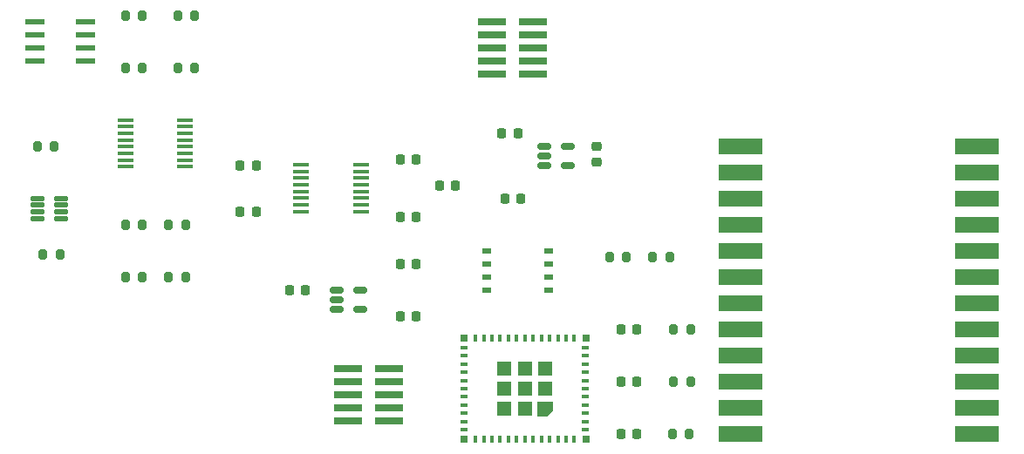
<source format=gtp>
G04 #@! TF.GenerationSoftware,KiCad,Pcbnew,7.0.7*
G04 #@! TF.CreationDate,2023-10-16T09:15:22-07:00*
G04 #@! TF.ProjectId,Soil Power Sensor,536f696c-2050-46f7-9765-722053656e73,2.1.0*
G04 #@! TF.SameCoordinates,Original*
G04 #@! TF.FileFunction,Paste,Top*
G04 #@! TF.FilePolarity,Positive*
%FSLAX46Y46*%
G04 Gerber Fmt 4.6, Leading zero omitted, Abs format (unit mm)*
G04 Created by KiCad (PCBNEW 7.0.7) date 2023-10-16 09:15:22*
%MOMM*%
%LPD*%
G01*
G04 APERTURE LIST*
G04 Aperture macros list*
%AMRoundRect*
0 Rectangle with rounded corners*
0 $1 Rounding radius*
0 $2 $3 $4 $5 $6 $7 $8 $9 X,Y pos of 4 corners*
0 Add a 4 corners polygon primitive as box body*
4,1,4,$2,$3,$4,$5,$6,$7,$8,$9,$2,$3,0*
0 Add four circle primitives for the rounded corners*
1,1,$1+$1,$2,$3*
1,1,$1+$1,$4,$5*
1,1,$1+$1,$6,$7*
1,1,$1+$1,$8,$9*
0 Add four rect primitives between the rounded corners*
20,1,$1+$1,$2,$3,$4,$5,0*
20,1,$1+$1,$4,$5,$6,$7,0*
20,1,$1+$1,$6,$7,$8,$9,0*
20,1,$1+$1,$8,$9,$2,$3,0*%
G04 Aperture macros list end*
%ADD10RoundRect,0.200000X-0.200000X-0.275000X0.200000X-0.275000X0.200000X0.275000X-0.200000X0.275000X0*%
%ADD11RoundRect,0.225000X-0.225000X-0.250000X0.225000X-0.250000X0.225000X0.250000X-0.225000X0.250000X0*%
%ADD12RoundRect,0.225000X0.225000X0.250000X-0.225000X0.250000X-0.225000X-0.250000X0.225000X-0.250000X0*%
%ADD13R,0.900000X0.500000*%
%ADD14RoundRect,0.200000X0.200000X0.275000X-0.200000X0.275000X-0.200000X-0.275000X0.200000X-0.275000X0*%
%ADD15R,1.980000X0.530000*%
%ADD16RoundRect,0.125000X-0.537500X-0.125000X0.537500X-0.125000X0.537500X0.125000X-0.537500X0.125000X0*%
%ADD17R,4.300000X1.650000*%
%ADD18RoundRect,0.150000X-0.512500X-0.150000X0.512500X-0.150000X0.512500X0.150000X-0.512500X0.150000X0*%
%ADD19R,0.800000X0.400000*%
%ADD20R,0.400000X0.800000*%
%ADD21R,1.450000X1.450000*%
%ADD22R,0.700000X0.700000*%
%ADD23RoundRect,0.051250X-0.733750X-0.153750X0.733750X-0.153750X0.733750X0.153750X-0.733750X0.153750X0*%
%ADD24R,2.770000X0.650000*%
%ADD25RoundRect,0.225000X-0.250000X0.225000X-0.250000X-0.225000X0.250000X-0.225000X0.250000X0.225000X0*%
%ADD26R,1.500000X0.450000*%
G04 APERTURE END LIST*
G36*
X195155000Y-89167071D02*
G01*
X194552071Y-89770000D01*
X193695000Y-89770000D01*
X193695000Y-88310000D01*
X195155000Y-88310000D01*
X195155000Y-89167071D01*
G37*
D10*
X158750000Y-55880000D03*
X160400000Y-55880000D03*
D11*
X180340000Y-64770000D03*
X181890000Y-64770000D03*
D12*
X191770000Y-62230000D03*
X190220000Y-62230000D03*
X192050000Y-68580000D03*
X190500000Y-68580000D03*
X166370000Y-65360000D03*
X164820000Y-65360000D03*
D10*
X157860000Y-76200000D03*
X159510000Y-76200000D03*
D11*
X180327000Y-70358000D03*
X181877000Y-70358000D03*
D13*
X188770000Y-73660000D03*
X188770000Y-74930000D03*
X188770000Y-76200000D03*
X188770000Y-77470000D03*
X194770000Y-77470000D03*
X194770000Y-76200000D03*
X194770000Y-74930000D03*
X194770000Y-73660000D03*
D14*
X208520000Y-81280000D03*
X206870000Y-81280000D03*
D15*
X144855000Y-51435000D03*
X144855000Y-52705000D03*
X144855000Y-53975000D03*
X144855000Y-55245000D03*
X149785000Y-55245000D03*
X149785000Y-53975000D03*
X149785000Y-52705000D03*
X149785000Y-51435000D03*
D10*
X153670000Y-71120000D03*
X155320000Y-71120000D03*
D12*
X181890000Y-80010000D03*
X180340000Y-80010000D03*
D10*
X145110000Y-63500000D03*
X146760000Y-63500000D03*
D14*
X208420000Y-91440000D03*
X206770000Y-91440000D03*
D11*
X184150000Y-67310000D03*
X185700000Y-67310000D03*
X180340000Y-74930000D03*
X181890000Y-74930000D03*
D16*
X145110000Y-68580000D03*
X145110000Y-69230000D03*
X145110000Y-69880000D03*
X145110000Y-70530000D03*
X147385000Y-70530000D03*
X147385000Y-69880000D03*
X147385000Y-69230000D03*
X147385000Y-68580000D03*
D11*
X164820000Y-69850000D03*
X166370000Y-69850000D03*
D17*
X213360000Y-63500000D03*
X213360000Y-66040000D03*
X213360000Y-68580000D03*
X213360000Y-71120000D03*
X213360000Y-73660000D03*
X213360000Y-76200000D03*
X213360000Y-78740000D03*
X213360000Y-81280000D03*
X213360000Y-83820000D03*
X213360000Y-86360000D03*
X213360000Y-88900000D03*
X213360000Y-91440000D03*
X236360000Y-91440000D03*
X236360000Y-88900000D03*
X236360000Y-86360000D03*
X236360000Y-83820000D03*
X236360000Y-81280000D03*
X236360000Y-78740000D03*
X236360000Y-76200000D03*
X236360000Y-73660000D03*
X236360000Y-71120000D03*
X236360000Y-68580000D03*
X236360000Y-66040000D03*
X236360000Y-63500000D03*
D18*
X174205000Y-77470000D03*
X174205000Y-78420000D03*
X174205000Y-79370000D03*
X176480000Y-79370000D03*
X176480000Y-77470000D03*
D12*
X171170000Y-77470000D03*
X169620000Y-77470000D03*
D11*
X201790000Y-91440000D03*
X203340000Y-91440000D03*
X201790000Y-86360000D03*
X203340000Y-86360000D03*
D19*
X198350000Y-91065000D03*
X198350000Y-90265000D03*
X198350000Y-89465000D03*
X198350000Y-88665000D03*
X198350000Y-87865000D03*
X198350000Y-87065000D03*
X198350000Y-86265000D03*
X198350000Y-85465000D03*
X198350000Y-84665000D03*
X198350000Y-83865000D03*
X198350000Y-83065000D03*
D20*
X197250000Y-82165000D03*
X196450000Y-82165000D03*
X195650000Y-82165000D03*
X194850000Y-82165000D03*
X194050000Y-82165000D03*
X193250000Y-82165000D03*
X192450000Y-82165000D03*
X191650000Y-82165000D03*
X190850000Y-82165000D03*
X190050000Y-82165000D03*
X189250000Y-82165000D03*
X188450000Y-82165000D03*
X187650000Y-82165000D03*
D19*
X186550000Y-83065000D03*
X186550000Y-83865000D03*
X186550000Y-84665000D03*
X186550000Y-85465000D03*
X186550000Y-86265000D03*
X186550000Y-87065000D03*
X186550000Y-87865000D03*
X186550000Y-88665000D03*
X186550000Y-89465000D03*
X186550000Y-90265000D03*
X186550000Y-91065000D03*
D20*
X187650000Y-91965000D03*
X188450000Y-91965000D03*
X189250000Y-91965000D03*
X190050000Y-91965000D03*
X190850000Y-91965000D03*
X191650000Y-91965000D03*
X192450000Y-91965000D03*
X193250000Y-91965000D03*
X194050000Y-91965000D03*
X194850000Y-91965000D03*
X195650000Y-91965000D03*
X196450000Y-91965000D03*
X197250000Y-91965000D03*
D21*
X192450000Y-89040000D03*
X190475000Y-89040000D03*
X190475000Y-87065000D03*
X190475000Y-85090000D03*
X192450000Y-85090000D03*
X194425000Y-85090000D03*
X194425000Y-87065000D03*
X192450000Y-87065000D03*
D22*
X186500000Y-92015000D03*
X186500000Y-82115000D03*
X198400000Y-82115000D03*
X198400000Y-92015000D03*
D14*
X206500000Y-74295000D03*
X204850000Y-74295000D03*
D10*
X153670000Y-50800000D03*
X155320000Y-50800000D03*
D23*
X153670000Y-60960000D03*
X153670000Y-61610000D03*
X153670000Y-62260000D03*
X153670000Y-62910000D03*
X153670000Y-63560000D03*
X153670000Y-64210000D03*
X153670000Y-64860000D03*
X153670000Y-65510000D03*
X159410000Y-65510000D03*
X159410000Y-64860000D03*
X159410000Y-64210000D03*
X159410000Y-63560000D03*
X159410000Y-62910000D03*
X159410000Y-62260000D03*
X159410000Y-61610000D03*
X159410000Y-60960000D03*
D24*
X189230000Y-51435000D03*
X193260000Y-51435000D03*
X189230000Y-52705000D03*
X193260000Y-52705000D03*
X189230000Y-53975000D03*
X193260000Y-53975000D03*
X189230000Y-55245000D03*
X193260000Y-55245000D03*
X189230000Y-56515000D03*
X193260000Y-56515000D03*
D10*
X153670000Y-55880000D03*
X155320000Y-55880000D03*
X206870000Y-86360000D03*
X208520000Y-86360000D03*
D25*
X199390000Y-63500000D03*
X199390000Y-65050000D03*
D24*
X175260000Y-85090000D03*
X179290000Y-85090000D03*
X175260000Y-86360000D03*
X179290000Y-86360000D03*
X175260000Y-87630000D03*
X179290000Y-87630000D03*
X175260000Y-88900000D03*
X179290000Y-88900000D03*
X175260000Y-90170000D03*
X179290000Y-90170000D03*
D18*
X194310000Y-63500000D03*
X194310000Y-64450000D03*
X194310000Y-65400000D03*
X196585000Y-65400000D03*
X196585000Y-63500000D03*
D10*
X153670000Y-76200000D03*
X155320000Y-76200000D03*
X145670000Y-74000000D03*
X147320000Y-74000000D03*
D11*
X201790000Y-81280000D03*
X203340000Y-81280000D03*
D10*
X157860000Y-71120000D03*
X159510000Y-71120000D03*
X158750000Y-50800000D03*
X160400000Y-50800000D03*
D14*
X202310000Y-74295000D03*
X200660000Y-74295000D03*
D26*
X170730000Y-65300000D03*
X170730000Y-65950000D03*
X170730000Y-66600000D03*
X170730000Y-67250000D03*
X170730000Y-67900000D03*
X170730000Y-68550000D03*
X170730000Y-69200000D03*
X170730000Y-69850000D03*
X176530000Y-69850000D03*
X176530000Y-69200000D03*
X176530000Y-68550000D03*
X176530000Y-67900000D03*
X176530000Y-67250000D03*
X176530000Y-66600000D03*
X176530000Y-65950000D03*
X176530000Y-65300000D03*
M02*

</source>
